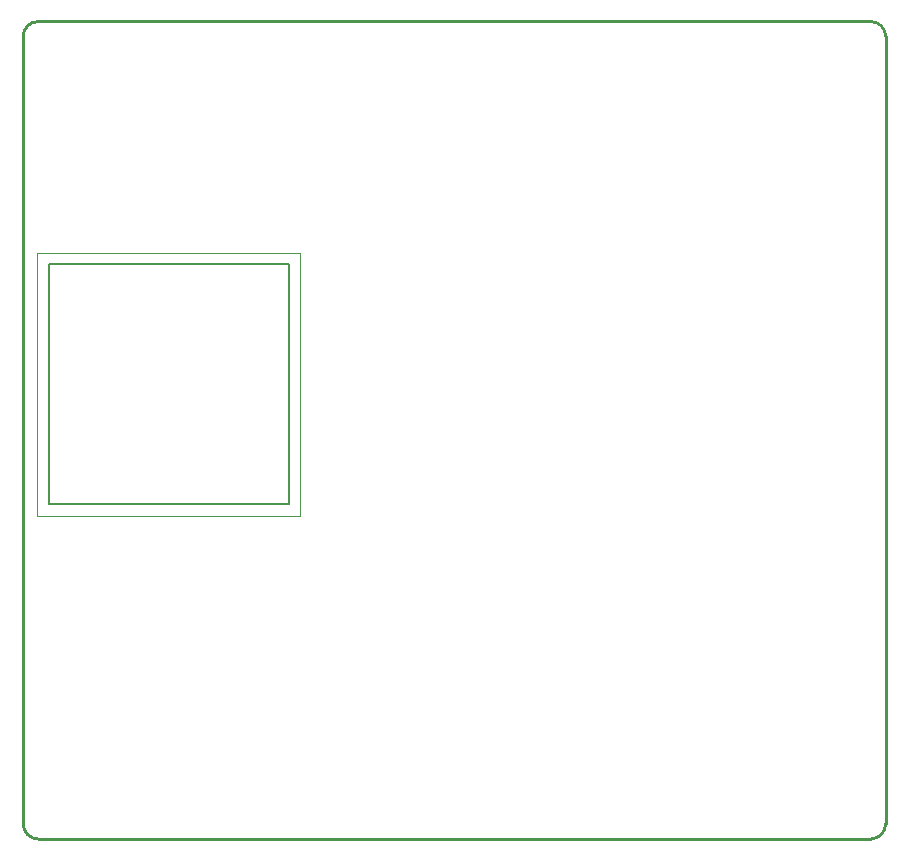
<source format=gm1>
G04 Layer_Color=16711935*
%FSLAX25Y25*%
%MOIN*%
G70*
G01*
G75*
%ADD14C,0.01000*%
%ADD15C,0.00787*%
%ADD16C,0.00394*%
D14*
X143000Y392500D02*
G03*
X138000Y387500I0J-5000D01*
G01*
Y125000D02*
G03*
X143000Y120000I5000J0D01*
G01*
X420500D02*
G03*
X425500Y125000I0J5000D01*
G01*
Y387500D02*
G03*
X420500Y392500I-5000J0D01*
G01*
X143000D02*
X305000D01*
X138000Y125000D02*
Y387500D01*
X143000Y120000D02*
X420500D01*
X425500Y125000D02*
Y387500D01*
X305000Y392500D02*
X420500D01*
X143000D02*
G03*
X138000Y387500I0J-5000D01*
G01*
Y125000D02*
G03*
X143000Y120000I5000J0D01*
G01*
X420500D02*
G03*
X425500Y125000I0J5000D01*
G01*
Y387500D02*
G03*
X420500Y392500I-5000J0D01*
G01*
X143000D02*
X305000D01*
X138000Y125000D02*
Y387500D01*
X143000Y120000D02*
X420500D01*
X425500Y125000D02*
Y387500D01*
X305000Y392500D02*
X420500D01*
D15*
X146500Y231500D02*
X226500D01*
Y311500D01*
X146500D02*
X226500D01*
X146500Y231500D02*
Y311500D01*
D16*
X142563Y227563D02*
X230437D01*
Y315437D01*
X142563D02*
X230437D01*
X142563Y227563D02*
Y315437D01*
M02*

</source>
